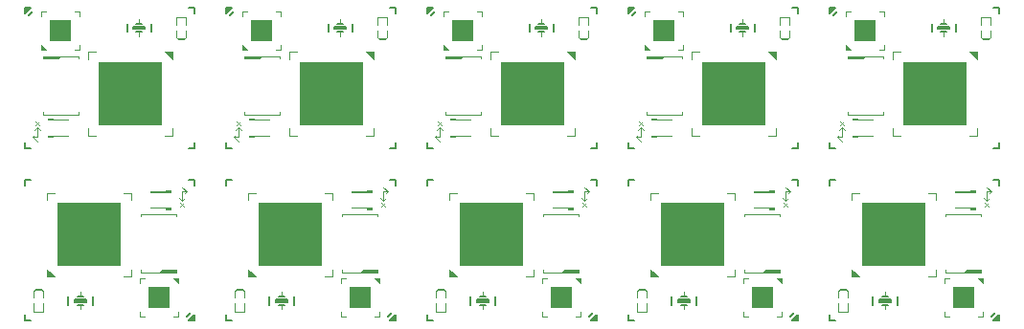
<source format=gto>
%FSLAX25Y25*%
%MOIN*%
G70*
G01*
G75*
G04 Layer_Color=65535*
%ADD10C,0.00400*%
%ADD11C,0.03000*%
%ADD12R,0.03600X0.04400*%
%ADD13R,0.02000X0.02400*%
%ADD14R,0.02400X0.02000*%
%ADD15C,0.00787*%
%ADD16R,0.01969X0.00787*%
%ADD17R,0.00787X0.01969*%
%ADD18R,0.04331X0.02362*%
%ADD19R,0.03937X0.03937*%
%ADD20R,0.02756X0.01181*%
%ADD21R,0.01181X0.02756*%
%ADD22C,0.00600*%
%ADD23C,0.00800*%
%ADD24C,0.13780*%
%ADD25P,0.04330X8X202.5*%
%ADD26P,0.04330X8X292.5*%
%ADD27C,0.02000*%
%ADD28R,0.07400X0.07400*%
%ADD29R,0.22000X0.22000*%
%ADD30R,0.00450X0.02200*%
%ADD31R,0.02200X0.00450*%
%ADD32R,0.04000X0.00800*%
%ADD33R,0.00450X0.01400*%
%ADD34R,0.00450X0.01400*%
%ADD35R,0.01400X0.00450*%
%ADD36R,0.01400X0.00450*%
G36*
X76767Y121700D02*
X74300Y124167D01*
X76767D01*
Y121700D01*
D02*
G37*
G36*
X35427Y100600D02*
X40742D01*
Y100200D01*
X33458D01*
Y101000D01*
X35427D01*
Y100600D01*
D02*
G37*
G36*
X40742Y94600D02*
X35427D01*
Y94200D01*
X33458D01*
Y95000D01*
X40742D01*
Y94600D01*
D02*
G37*
G36*
X25600Y137500D02*
Y139400D01*
X25600Y139400D01*
X27500D01*
X25600Y137500D01*
D02*
G37*
G36*
X32900Y124900D02*
X31300D01*
Y126500D01*
X32900Y124900D01*
D02*
G37*
G36*
X37000Y121800D02*
X31700D01*
Y122700D01*
X37900D01*
X37000Y121800D01*
D02*
G37*
G36*
X146767Y121700D02*
X144300Y124167D01*
X146767D01*
Y121700D01*
D02*
G37*
G36*
X105427Y100600D02*
X110742D01*
Y100200D01*
X103458D01*
Y101000D01*
X105427D01*
Y100600D01*
D02*
G37*
G36*
X110742Y94600D02*
X105427D01*
Y94200D01*
X103458D01*
Y95000D01*
X110742D01*
Y94600D01*
D02*
G37*
G36*
X95600Y137500D02*
Y139400D01*
X95600Y139400D01*
X97500D01*
X95600Y137500D01*
D02*
G37*
G36*
X102900Y124900D02*
X101300D01*
Y126500D01*
X102900Y124900D01*
D02*
G37*
G36*
X107000Y121800D02*
X101700D01*
Y122700D01*
X107900D01*
X107000Y121800D01*
D02*
G37*
G36*
X216767Y121700D02*
X214300Y124167D01*
X216767D01*
Y121700D01*
D02*
G37*
G36*
X175427Y100600D02*
X180742D01*
Y100200D01*
X173458D01*
Y101000D01*
X175427D01*
Y100600D01*
D02*
G37*
G36*
X180742Y94600D02*
X175427D01*
Y94200D01*
X173458D01*
Y95000D01*
X180742D01*
Y94600D01*
D02*
G37*
G36*
X165600Y137500D02*
Y139400D01*
X165600Y139400D01*
X167500D01*
X165600Y137500D01*
D02*
G37*
G36*
X172900Y124900D02*
X171300D01*
Y126500D01*
X172900Y124900D01*
D02*
G37*
G36*
X177000Y121800D02*
X171700D01*
Y122700D01*
X177900D01*
X177000Y121800D01*
D02*
G37*
G36*
X286767Y121700D02*
X284300Y124167D01*
X286767D01*
Y121700D01*
D02*
G37*
G36*
X245427Y100600D02*
X250742D01*
Y100200D01*
X243458D01*
Y101000D01*
X245427D01*
Y100600D01*
D02*
G37*
G36*
X250742Y94600D02*
X245427D01*
Y94200D01*
X243458D01*
Y95000D01*
X250742D01*
Y94600D01*
D02*
G37*
G36*
X235600Y137500D02*
Y139400D01*
X235600Y139400D01*
X237500D01*
X235600Y137500D01*
D02*
G37*
G36*
X242900Y124900D02*
X241300D01*
Y126500D01*
X242900Y124900D01*
D02*
G37*
G36*
X247000Y121800D02*
X241700D01*
Y122700D01*
X247900D01*
X247000Y121800D01*
D02*
G37*
G36*
X356767Y121700D02*
X354300Y124167D01*
X356767D01*
Y121700D01*
D02*
G37*
G36*
X315427Y100600D02*
X320742D01*
Y100200D01*
X313458D01*
Y101000D01*
X315427D01*
Y100600D01*
D02*
G37*
G36*
X320742Y94600D02*
X315427D01*
Y94200D01*
X313458D01*
Y95000D01*
X320742D01*
Y94600D01*
D02*
G37*
G36*
X305600Y137500D02*
Y139400D01*
X305600Y139400D01*
X307500D01*
X305600Y137500D01*
D02*
G37*
G36*
X312900Y124900D02*
X311300D01*
Y126500D01*
X312900Y124900D01*
D02*
G37*
G36*
X317000Y121800D02*
X311700D01*
Y122700D01*
X317900D01*
X317000Y121800D01*
D02*
G37*
G36*
X313233Y48300D02*
X315700Y45833D01*
X313233D01*
Y48300D01*
D02*
G37*
G36*
X354573Y69400D02*
X349258D01*
Y69800D01*
X356542D01*
Y69000D01*
X354573D01*
Y69400D01*
D02*
G37*
G36*
X349258Y75400D02*
X354573D01*
Y75800D01*
X356542D01*
Y75000D01*
X349258D01*
Y75400D01*
D02*
G37*
G36*
X364400Y32500D02*
Y30600D01*
X364400Y30600D01*
X362500D01*
X364400Y32500D01*
D02*
G37*
G36*
X357100Y45100D02*
X358700D01*
Y43500D01*
X357100Y45100D01*
D02*
G37*
G36*
X353000Y48200D02*
X358300D01*
Y47300D01*
X352100D01*
X353000Y48200D01*
D02*
G37*
G36*
X243233Y48300D02*
X245700Y45833D01*
X243233D01*
Y48300D01*
D02*
G37*
G36*
X284573Y69400D02*
X279258D01*
Y69800D01*
X286542D01*
Y69000D01*
X284573D01*
Y69400D01*
D02*
G37*
G36*
X279258Y75400D02*
X284573D01*
Y75800D01*
X286542D01*
Y75000D01*
X279258D01*
Y75400D01*
D02*
G37*
G36*
X294400Y32500D02*
Y30600D01*
X294400Y30600D01*
X292500D01*
X294400Y32500D01*
D02*
G37*
G36*
X287100Y45100D02*
X288700D01*
Y43500D01*
X287100Y45100D01*
D02*
G37*
G36*
X283000Y48200D02*
X288300D01*
Y47300D01*
X282100D01*
X283000Y48200D01*
D02*
G37*
G36*
X173233Y48300D02*
X175700Y45833D01*
X173233D01*
Y48300D01*
D02*
G37*
G36*
X214573Y69400D02*
X209258D01*
Y69800D01*
X216542D01*
Y69000D01*
X214573D01*
Y69400D01*
D02*
G37*
G36*
X209258Y75400D02*
X214573D01*
Y75800D01*
X216542D01*
Y75000D01*
X209258D01*
Y75400D01*
D02*
G37*
G36*
X224400Y32500D02*
Y30600D01*
X224400Y30600D01*
X222500D01*
X224400Y32500D01*
D02*
G37*
G36*
X217100Y45100D02*
X218700D01*
Y43500D01*
X217100Y45100D01*
D02*
G37*
G36*
X213000Y48200D02*
X218300D01*
Y47300D01*
X212100D01*
X213000Y48200D01*
D02*
G37*
G36*
X103233Y48300D02*
X105700Y45833D01*
X103233D01*
Y48300D01*
D02*
G37*
G36*
X144573Y69400D02*
X139258D01*
Y69800D01*
X146542D01*
Y69000D01*
X144573D01*
Y69400D01*
D02*
G37*
G36*
X139258Y75400D02*
X144573D01*
Y75800D01*
X146542D01*
Y75000D01*
X139258D01*
Y75400D01*
D02*
G37*
G36*
X154400Y32500D02*
Y30600D01*
X154400Y30600D01*
X152500D01*
X154400Y32500D01*
D02*
G37*
G36*
X147100Y45100D02*
X148700D01*
Y43500D01*
X147100Y45100D01*
D02*
G37*
G36*
X143000Y48200D02*
X148300D01*
Y47300D01*
X142100D01*
X143000Y48200D01*
D02*
G37*
G36*
X33233Y48300D02*
X35700Y45833D01*
X33233D01*
Y48300D01*
D02*
G37*
G36*
X74573Y69400D02*
X69258D01*
Y69800D01*
X76542D01*
Y69000D01*
X74573D01*
Y69400D01*
D02*
G37*
G36*
X69258Y75400D02*
X74573D01*
Y75800D01*
X76542D01*
Y75000D01*
X69258D01*
Y75400D01*
D02*
G37*
G36*
X84400Y32500D02*
Y30600D01*
X84400Y30600D01*
X82500D01*
X84400Y32500D01*
D02*
G37*
G36*
X77100Y45100D02*
X78700D01*
Y43500D01*
X77100Y45100D01*
D02*
G37*
G36*
X73000Y48200D02*
X78300D01*
Y47300D01*
X72100D01*
X73000Y48200D01*
D02*
G37*
D10*
X28210Y94595D02*
X28860Y95244D01*
X29810Y97895D02*
X30910Y96794D01*
X28710D02*
X29810Y97895D01*
X28210Y94595D02*
X29810Y92994D01*
X28210Y94595D02*
X29810D01*
Y97895D01*
X78500Y128900D02*
X81100D01*
X81500Y133600D02*
Y136300D01*
X78800Y128600D02*
X80800D01*
X81500Y129300D02*
Y131600D01*
X78100Y136300D02*
X81500D01*
X78100Y133600D02*
Y136300D01*
Y129300D02*
Y131600D01*
X81100Y128900D02*
X81500Y129300D01*
X78100D02*
X78500Y128900D01*
X78800Y128600D01*
X80800D02*
X81100Y128900D01*
X42900Y138100D02*
X44500D01*
Y136500D02*
Y138100D01*
Y124900D02*
Y126500D01*
X42900Y124900D02*
X44500D01*
X31300D02*
X32900D01*
X31300D02*
Y126500D01*
Y138100D02*
X32900D01*
X31300Y136500D02*
Y138100D01*
Y126500D02*
X32900Y124900D01*
X31700Y122700D02*
X44100D01*
Y121800D02*
Y122700D01*
X31700Y121800D02*
Y122700D01*
X44100Y102300D02*
Y103200D01*
X31700Y102300D02*
Y103200D01*
Y102300D02*
X44100D01*
X31700Y121800D02*
X37000D01*
X37900Y122700D01*
X65199Y134300D02*
X65200Y135600D01*
Y129600D02*
Y130900D01*
X74300Y124167D02*
X76767Y121700D01*
Y124167D01*
X74300D02*
X76767D01*
X74300Y95033D02*
X76767D01*
Y97500D01*
X47633Y95033D02*
Y97500D01*
Y95033D02*
X50100D01*
X47633Y121700D02*
Y124167D01*
X50100D01*
X29110Y99827D02*
X30443Y98494D01*
X29777Y99161D01*
X30443Y99827D01*
X29110Y98494D01*
X98210Y94595D02*
X98860Y95244D01*
X99810Y97895D02*
X100910Y96794D01*
X98710D02*
X99810Y97895D01*
X98210Y94595D02*
X99810Y92994D01*
X98210Y94595D02*
X99810D01*
Y97895D01*
X148500Y128900D02*
X151100D01*
X151500Y133600D02*
Y136300D01*
X148800Y128600D02*
X150800D01*
X151500Y129300D02*
Y131600D01*
X148100Y136300D02*
X151500D01*
X148100Y133600D02*
Y136300D01*
Y129300D02*
Y131600D01*
X151100Y128900D02*
X151500Y129300D01*
X148100D02*
X148500Y128900D01*
X148800Y128600D01*
X150800D02*
X151100Y128900D01*
X112900Y138100D02*
X114500D01*
Y136500D02*
Y138100D01*
Y124900D02*
Y126500D01*
X112900Y124900D02*
X114500D01*
X101300D02*
X102900D01*
X101300D02*
Y126500D01*
Y138100D02*
X102900D01*
X101300Y136500D02*
Y138100D01*
Y126500D02*
X102900Y124900D01*
X101700Y122700D02*
X114100D01*
Y121800D02*
Y122700D01*
X101700Y121800D02*
Y122700D01*
X114100Y102300D02*
Y103200D01*
X101700Y102300D02*
Y103200D01*
Y102300D02*
X114100D01*
X101700Y121800D02*
X107000D01*
X107900Y122700D01*
X135199Y134300D02*
X135200Y135600D01*
Y129600D02*
Y130900D01*
X144300Y124167D02*
X146767Y121700D01*
Y124167D01*
X144300D02*
X146767D01*
X144300Y95033D02*
X146767D01*
Y97500D01*
X117633Y95033D02*
Y97500D01*
Y95033D02*
X120100D01*
X117633Y121700D02*
Y124167D01*
X120100D01*
X99110Y99827D02*
X100443Y98494D01*
X99777Y99161D01*
X100443Y99827D01*
X99110Y98494D01*
X168210Y94595D02*
X168860Y95244D01*
X169810Y97895D02*
X170910Y96794D01*
X168710D02*
X169810Y97895D01*
X168210Y94595D02*
X169810Y92994D01*
X168210Y94595D02*
X169810D01*
Y97895D01*
X218500Y128900D02*
X221100D01*
X221500Y133600D02*
Y136300D01*
X218800Y128600D02*
X220800D01*
X221500Y129300D02*
Y131600D01*
X218100Y136300D02*
X221500D01*
X218100Y133600D02*
Y136300D01*
Y129300D02*
Y131600D01*
X221100Y128900D02*
X221500Y129300D01*
X218100D02*
X218500Y128900D01*
X218800Y128600D01*
X220800D02*
X221100Y128900D01*
X182900Y138100D02*
X184500D01*
Y136500D02*
Y138100D01*
Y124900D02*
Y126500D01*
X182900Y124900D02*
X184500D01*
X171300D02*
X172900D01*
X171300D02*
Y126500D01*
Y138100D02*
X172900D01*
X171300Y136500D02*
Y138100D01*
Y126500D02*
X172900Y124900D01*
X171700Y122700D02*
X184100D01*
Y121800D02*
Y122700D01*
X171700Y121800D02*
Y122700D01*
X184100Y102300D02*
Y103200D01*
X171700Y102300D02*
Y103200D01*
Y102300D02*
X184100D01*
X171700Y121800D02*
X177000D01*
X177900Y122700D01*
X205199Y134300D02*
X205200Y135600D01*
Y129600D02*
Y130900D01*
X214300Y124167D02*
X216767Y121700D01*
Y124167D01*
X214300D02*
X216767D01*
X214300Y95033D02*
X216767D01*
Y97500D01*
X187633Y95033D02*
Y97500D01*
Y95033D02*
X190100D01*
X187633Y121700D02*
Y124167D01*
X190100D01*
X169110Y99827D02*
X170443Y98494D01*
X169777Y99161D01*
X170443Y99827D01*
X169110Y98494D01*
X238210Y94595D02*
X238860Y95244D01*
X239810Y97895D02*
X240910Y96794D01*
X238710D02*
X239810Y97895D01*
X238210Y94595D02*
X239810Y92994D01*
X238210Y94595D02*
X239810D01*
Y97895D01*
X288500Y128900D02*
X291100D01*
X291500Y133600D02*
Y136300D01*
X288800Y128600D02*
X290800D01*
X291500Y129300D02*
Y131600D01*
X288100Y136300D02*
X291500D01*
X288100Y133600D02*
Y136300D01*
Y129300D02*
Y131600D01*
X291100Y128900D02*
X291500Y129300D01*
X288100D02*
X288500Y128900D01*
X288800Y128600D01*
X290800D02*
X291100Y128900D01*
X252900Y138100D02*
X254500D01*
Y136500D02*
Y138100D01*
Y124900D02*
Y126500D01*
X252900Y124900D02*
X254500D01*
X241300D02*
X242900D01*
X241300D02*
Y126500D01*
Y138100D02*
X242900D01*
X241300Y136500D02*
Y138100D01*
Y126500D02*
X242900Y124900D01*
X241700Y122700D02*
X254100D01*
Y121800D02*
Y122700D01*
X241700Y121800D02*
Y122700D01*
X254100Y102300D02*
Y103200D01*
X241700Y102300D02*
Y103200D01*
Y102300D02*
X254100D01*
X241700Y121800D02*
X247000D01*
X247900Y122700D01*
X275199Y134300D02*
X275200Y135600D01*
Y129600D02*
Y130900D01*
X284300Y124167D02*
X286767Y121700D01*
Y124167D01*
X284300D02*
X286767D01*
X284300Y95033D02*
X286767D01*
Y97500D01*
X257633Y95033D02*
Y97500D01*
Y95033D02*
X260100D01*
X257633Y121700D02*
Y124167D01*
X260100D01*
X239110Y99827D02*
X240443Y98494D01*
X239777Y99161D01*
X240443Y99827D01*
X239110Y98494D01*
X308210Y94595D02*
X308860Y95244D01*
X309810Y97895D02*
X310910Y96794D01*
X308710D02*
X309810Y97895D01*
X308210Y94595D02*
X309810Y92994D01*
X308210Y94595D02*
X309810D01*
Y97895D01*
X358500Y128900D02*
X361100D01*
X361500Y133600D02*
Y136300D01*
X358800Y128600D02*
X360800D01*
X361500Y129300D02*
Y131600D01*
X358100Y136300D02*
X361500D01*
X358100Y133600D02*
Y136300D01*
Y129300D02*
Y131600D01*
X361100Y128900D02*
X361500Y129300D01*
X358100D02*
X358500Y128900D01*
X358800Y128600D01*
X360800D02*
X361100Y128900D01*
X322900Y138100D02*
X324500D01*
Y136500D02*
Y138100D01*
Y124900D02*
Y126500D01*
X322900Y124900D02*
X324500D01*
X311300D02*
X312900D01*
X311300D02*
Y126500D01*
Y138100D02*
X312900D01*
X311300Y136500D02*
Y138100D01*
Y126500D02*
X312900Y124900D01*
X311700Y122700D02*
X324100D01*
Y121800D02*
Y122700D01*
X311700Y121800D02*
Y122700D01*
X324100Y102300D02*
Y103200D01*
X311700Y102300D02*
Y103200D01*
Y102300D02*
X324100D01*
X311700Y121800D02*
X317000D01*
X317900Y122700D01*
X345199Y134300D02*
X345200Y135600D01*
Y129600D02*
Y130900D01*
X354300Y124167D02*
X356767Y121700D01*
Y124167D01*
X354300D02*
X356767D01*
X354300Y95033D02*
X356767D01*
Y97500D01*
X327633Y95033D02*
Y97500D01*
Y95033D02*
X330100D01*
X327633Y121700D02*
Y124167D01*
X330100D01*
X309110Y99827D02*
X310443Y98494D01*
X309777Y99161D01*
X310443Y99827D01*
X309110Y98494D01*
X361790Y75406D02*
X361140Y74756D01*
X360190Y72106D02*
X359090Y73206D01*
X361290D02*
X360190Y72106D01*
X361790Y75406D02*
X360190Y77006D01*
X361790Y75406D02*
X360190D01*
Y72106D01*
X311500Y41100D02*
X308900D01*
X308500Y36400D02*
Y33700D01*
X311200Y41400D02*
X309200D01*
X308500Y40700D02*
Y38400D01*
X311900Y33700D02*
X308500D01*
X311900Y36400D02*
Y33700D01*
Y40700D02*
Y38400D01*
X308900Y41100D02*
X308500Y40700D01*
X311900D02*
X311500Y41100D01*
X311200Y41400D01*
X309200D02*
X308900Y41100D01*
X347100Y31900D02*
X345500D01*
Y33500D02*
Y31900D01*
Y45100D02*
Y43500D01*
X347100Y45100D02*
X345500D01*
X358700D02*
X357100D01*
X358700D02*
Y43500D01*
Y31900D02*
X357100D01*
X358700Y33500D02*
Y31900D01*
Y43500D02*
X357100Y45100D01*
X358300Y47300D02*
X345900D01*
Y48200D02*
Y47300D01*
X358300Y48200D02*
Y47300D01*
X345900Y67700D02*
Y66800D01*
X358300Y67700D02*
Y66800D01*
Y67700D02*
X345900D01*
X358300Y48200D02*
X353000D01*
X352100Y47300D01*
X324801Y35700D02*
X324800Y34400D01*
Y40400D02*
Y39100D01*
X315700Y45833D02*
X313233Y48300D01*
Y45833D01*
X315700D02*
X313233D01*
X315700Y74967D02*
X313233D01*
Y72500D01*
X342367Y74967D02*
Y72500D01*
Y74967D02*
X339900D01*
X342367Y48300D02*
Y45833D01*
X339900D01*
X360890Y70173D02*
X359557Y71506D01*
X360223Y70839D01*
X359557Y70173D01*
X360890Y71506D01*
X291790Y75406D02*
X291140Y74756D01*
X290190Y72106D02*
X289090Y73206D01*
X291290D02*
X290190Y72106D01*
X291790Y75406D02*
X290190Y77006D01*
X291790Y75406D02*
X290190D01*
Y72106D01*
X241500Y41100D02*
X238900D01*
X238500Y36400D02*
Y33700D01*
X241200Y41400D02*
X239200D01*
X238500Y40700D02*
Y38400D01*
X241900Y33700D02*
X238500D01*
X241900Y36400D02*
Y33700D01*
Y40700D02*
Y38400D01*
X238900Y41100D02*
X238500Y40700D01*
X241900D02*
X241500Y41100D01*
X241200Y41400D01*
X239200D02*
X238900Y41100D01*
X277100Y31900D02*
X275500D01*
Y33500D02*
Y31900D01*
Y45100D02*
Y43500D01*
X277100Y45100D02*
X275500D01*
X288700D02*
X287100D01*
X288700D02*
Y43500D01*
Y31900D02*
X287100D01*
X288700Y33500D02*
Y31900D01*
Y43500D02*
X287100Y45100D01*
X288300Y47300D02*
X275900D01*
Y48200D02*
Y47300D01*
X288300Y48200D02*
Y47300D01*
X275900Y67700D02*
Y66800D01*
X288300Y67700D02*
Y66800D01*
Y67700D02*
X275900D01*
X288300Y48200D02*
X283000D01*
X282100Y47300D01*
X254801Y35700D02*
X254800Y34400D01*
Y40400D02*
Y39100D01*
X245700Y45833D02*
X243233Y48300D01*
Y45833D01*
X245700D02*
X243233D01*
X245700Y74967D02*
X243233D01*
Y72500D01*
X272367Y74967D02*
Y72500D01*
Y74967D02*
X269900D01*
X272367Y48300D02*
Y45833D01*
X269900D01*
X290890Y70173D02*
X289557Y71506D01*
X290223Y70839D01*
X289557Y70173D01*
X290890Y71506D01*
X221790Y75406D02*
X221140Y74756D01*
X220190Y72106D02*
X219090Y73206D01*
X221290D02*
X220190Y72106D01*
X221790Y75406D02*
X220190Y77006D01*
X221790Y75406D02*
X220190D01*
Y72106D01*
X171500Y41100D02*
X168900D01*
X168500Y36400D02*
Y33700D01*
X171200Y41400D02*
X169200D01*
X168500Y40700D02*
Y38400D01*
X171900Y33700D02*
X168500D01*
X171900Y36400D02*
Y33700D01*
Y40700D02*
Y38400D01*
X168900Y41100D02*
X168500Y40700D01*
X171900D02*
X171500Y41100D01*
X171200Y41400D01*
X169200D02*
X168900Y41100D01*
X207100Y31900D02*
X205500D01*
Y33500D02*
Y31900D01*
Y45100D02*
Y43500D01*
X207100Y45100D02*
X205500D01*
X218700D02*
X217100D01*
X218700D02*
Y43500D01*
Y31900D02*
X217100D01*
X218700Y33500D02*
Y31900D01*
Y43500D02*
X217100Y45100D01*
X218300Y47300D02*
X205900D01*
Y48200D02*
Y47300D01*
X218300Y48200D02*
Y47300D01*
X205900Y67700D02*
Y66800D01*
X218300Y67700D02*
Y66800D01*
Y67700D02*
X205900D01*
X218300Y48200D02*
X213000D01*
X212100Y47300D01*
X184801Y35700D02*
X184800Y34400D01*
Y40400D02*
Y39100D01*
X175700Y45833D02*
X173233Y48300D01*
Y45833D01*
X175700D02*
X173233D01*
X175700Y74967D02*
X173233D01*
Y72500D01*
X202367Y74967D02*
Y72500D01*
Y74967D02*
X199900D01*
X202367Y48300D02*
Y45833D01*
X199900D01*
X220890Y70173D02*
X219557Y71506D01*
X220223Y70839D01*
X219557Y70173D01*
X220890Y71506D01*
X151790Y75406D02*
X151140Y74756D01*
X150190Y72106D02*
X149090Y73206D01*
X151290D02*
X150190Y72106D01*
X151790Y75406D02*
X150190Y77006D01*
X151790Y75406D02*
X150190D01*
Y72106D01*
X101500Y41100D02*
X98900D01*
X98500Y36400D02*
Y33700D01*
X101200Y41400D02*
X99200D01*
X98500Y40700D02*
Y38400D01*
X101900Y33700D02*
X98500D01*
X101900Y36400D02*
Y33700D01*
Y40700D02*
Y38400D01*
X98900Y41100D02*
X98500Y40700D01*
X101900D02*
X101500Y41100D01*
X101200Y41400D01*
X99200D02*
X98900Y41100D01*
X137100Y31900D02*
X135500D01*
Y33500D02*
Y31900D01*
Y45100D02*
Y43500D01*
X137100Y45100D02*
X135500D01*
X148700D02*
X147100D01*
X148700D02*
Y43500D01*
Y31900D02*
X147100D01*
X148700Y33500D02*
Y31900D01*
Y43500D02*
X147100Y45100D01*
X148300Y47300D02*
X135900D01*
Y48200D02*
Y47300D01*
X148300Y48200D02*
Y47300D01*
X135900Y67700D02*
Y66800D01*
X148300Y67700D02*
Y66800D01*
Y67700D02*
X135900D01*
X148300Y48200D02*
X143000D01*
X142100Y47300D01*
X114801Y35700D02*
X114800Y34400D01*
Y40400D02*
Y39100D01*
X105700Y45833D02*
X103233Y48300D01*
Y45833D01*
X105700D02*
X103233D01*
X105700Y74967D02*
X103233D01*
Y72500D01*
X132367Y74967D02*
Y72500D01*
Y74967D02*
X129900D01*
X132367Y48300D02*
Y45833D01*
X129900D01*
X150890Y70173D02*
X149557Y71506D01*
X150223Y70839D01*
X149557Y70173D01*
X150890Y71506D01*
X81790Y75406D02*
X81140Y74756D01*
X80190Y72106D02*
X79090Y73206D01*
X81290D02*
X80190Y72106D01*
X81790Y75406D02*
X80190Y77006D01*
X81790Y75406D02*
X80190D01*
Y72106D01*
X31500Y41100D02*
X28900D01*
X28500Y36400D02*
Y33700D01*
X31200Y41400D02*
X29200D01*
X28500Y40700D02*
Y38400D01*
X31900Y33700D02*
X28500D01*
X31900Y36400D02*
Y33700D01*
Y40700D02*
Y38400D01*
X28900Y41100D02*
X28500Y40700D01*
X31900D02*
X31500Y41100D01*
X31200Y41400D01*
X29200D02*
X28900Y41100D01*
X67100Y31900D02*
X65500D01*
Y33500D02*
Y31900D01*
Y45100D02*
Y43500D01*
X67100Y45100D02*
X65500D01*
X78700D02*
X77100D01*
X78700D02*
Y43500D01*
Y31900D02*
X77100D01*
X78700Y33500D02*
Y31900D01*
Y43500D02*
X77100Y45100D01*
X78300Y47300D02*
X65900D01*
Y48200D02*
Y47300D01*
X78300Y48200D02*
Y47300D01*
X65900Y67700D02*
Y66800D01*
X78300Y67700D02*
Y66800D01*
Y67700D02*
X65900D01*
X78300Y48200D02*
X73000D01*
X72100Y47300D01*
X44801Y35700D02*
X44800Y34400D01*
Y40400D02*
Y39100D01*
X35700Y45833D02*
X33233Y48300D01*
Y45833D01*
X35700D02*
X33233D01*
X35700Y74967D02*
X33233D01*
Y72500D01*
X62367Y74967D02*
Y72500D01*
Y74967D02*
X59900D01*
X62367Y48300D02*
Y45833D01*
X59900D01*
X80890Y70173D02*
X79557Y71506D01*
X80223Y70839D01*
X79557Y70173D01*
X80890Y71506D01*
D22*
X26900Y136900D02*
X28100Y138100D01*
X82401Y90601D02*
X84400Y90601D01*
Y92600D01*
X25600Y92600D02*
X25600Y90600D01*
X27600D01*
X25600Y137500D02*
Y139400D01*
Y137500D02*
X27500Y139400D01*
X25600Y139400D02*
X27500Y139400D01*
X82400Y139400D02*
X84400D01*
X84400Y137400D01*
X61000Y131200D02*
Y134000D01*
X64199Y134000D02*
X66199Y134000D01*
X67200Y132200D02*
Y133000D01*
X63200Y132200D02*
Y133000D01*
Y132200D02*
X67200D01*
X63200Y133000D02*
X67200D01*
X64200Y131200D02*
X66200Y131200D01*
X69400Y131200D02*
Y134000D01*
X96900Y136900D02*
X98100Y138100D01*
X152401Y90601D02*
X154401Y90601D01*
Y92600D01*
X95600Y92600D02*
X95600Y90600D01*
X97600D01*
X95600Y137500D02*
Y139400D01*
Y137500D02*
X97500Y139400D01*
X95600Y139400D02*
X97500Y139400D01*
X152400Y139400D02*
X154400D01*
X154400Y137400D01*
X131000Y131200D02*
Y134000D01*
X134199Y134000D02*
X136199Y134000D01*
X137200Y132200D02*
Y133000D01*
X133200Y132200D02*
Y133000D01*
Y132200D02*
X137200D01*
X133200Y133000D02*
X137200D01*
X134200Y131200D02*
X136200Y131200D01*
X139400Y131200D02*
Y134000D01*
X166900Y136900D02*
X168100Y138100D01*
X222400Y90601D02*
X224400Y90601D01*
Y92600D01*
X165601Y92600D02*
X165601Y90600D01*
X167600D01*
X165600Y137500D02*
Y139400D01*
Y137500D02*
X167500Y139400D01*
X165600Y139400D02*
X167500Y139400D01*
X222400Y139400D02*
X224400D01*
X224400Y137400D01*
X201000Y131200D02*
Y134000D01*
X204199Y134000D02*
X206199Y134000D01*
X207200Y132200D02*
Y133000D01*
X203200Y132200D02*
Y133000D01*
Y132200D02*
X207200D01*
X203200Y133000D02*
X207200D01*
X204200Y131200D02*
X206200Y131200D01*
X209400Y131200D02*
Y134000D01*
X236900Y136900D02*
X238100Y138100D01*
X292401Y90601D02*
X294401Y90601D01*
Y92600D01*
X235600Y92600D02*
X235600Y90600D01*
X237600D01*
X235600Y137500D02*
Y139400D01*
Y137500D02*
X237500Y139400D01*
X235600Y139400D02*
X237500Y139400D01*
X292400Y139400D02*
X294400D01*
X294400Y137400D01*
X271000Y131200D02*
Y134000D01*
X274199Y134000D02*
X276199Y134000D01*
X277200Y132200D02*
Y133000D01*
X273200Y132200D02*
Y133000D01*
Y132200D02*
X277200D01*
X273200Y133000D02*
X277200D01*
X274200Y131200D02*
X276200Y131200D01*
X279400Y131200D02*
Y134000D01*
X306900Y136900D02*
X308100Y138100D01*
X362401Y90601D02*
X364401Y90601D01*
Y92600D01*
X305601Y92600D02*
X305601Y90600D01*
X307600D01*
X305600Y137500D02*
Y139400D01*
Y137500D02*
X307500Y139400D01*
X305600Y139400D02*
X307500Y139400D01*
X362400Y139400D02*
X364400D01*
X364400Y137400D01*
X341000Y131200D02*
Y134000D01*
X344199Y134000D02*
X346199Y134000D01*
X347200Y132200D02*
Y133000D01*
X343200Y132200D02*
Y133000D01*
Y132200D02*
X347200D01*
X343200Y133000D02*
X347200D01*
X344200Y131200D02*
X346200Y131200D01*
X349400Y131200D02*
Y134000D01*
X363100Y33100D02*
X361900Y31900D01*
X307600Y79400D02*
X305600Y79400D01*
Y77400D01*
X364400Y77400D02*
X364400Y79400D01*
X362400D01*
X364400Y32500D02*
Y30600D01*
Y32500D02*
X362500Y30600D01*
X364400Y30600D02*
X362500Y30600D01*
X307600Y30600D02*
X305600D01*
X305600Y32600D01*
X329000Y38800D02*
Y36000D01*
X325801Y36000D02*
X323801Y36000D01*
X322800Y37800D02*
Y37000D01*
X326800Y37800D02*
Y37000D01*
Y37800D02*
X322800D01*
X326800Y37000D02*
X322800D01*
X325800Y38800D02*
X323800Y38800D01*
X320600Y38800D02*
Y36000D01*
X293100Y33100D02*
X291900Y31900D01*
X237600Y79400D02*
X235600Y79400D01*
Y77400D01*
X294400Y77400D02*
X294400Y79400D01*
X292400D01*
X294400Y32500D02*
Y30600D01*
Y32500D02*
X292500Y30600D01*
X294400Y30600D02*
X292500Y30600D01*
X237600Y30600D02*
X235600D01*
X235600Y32600D01*
X259000Y38800D02*
Y36000D01*
X255801Y36000D02*
X253801Y36000D01*
X252800Y37800D02*
Y37000D01*
X256800Y37800D02*
Y37000D01*
Y37800D02*
X252800D01*
X256800Y37000D02*
X252800D01*
X255800Y38800D02*
X253800Y38800D01*
X250600Y38800D02*
Y36000D01*
X223100Y33100D02*
X221900Y31900D01*
X167600Y79400D02*
X165600Y79400D01*
Y77400D01*
X224400Y77400D02*
X224400Y79400D01*
X222400D01*
X224400Y32500D02*
Y30600D01*
Y32500D02*
X222500Y30600D01*
X224400Y30600D02*
X222500Y30600D01*
X167600Y30600D02*
X165600D01*
X165600Y32600D01*
X189000Y38800D02*
Y36000D01*
X185801Y36000D02*
X183801Y36000D01*
X182800Y37800D02*
Y37000D01*
X186800Y37800D02*
Y37000D01*
Y37800D02*
X182800D01*
X186800Y37000D02*
X182800D01*
X185800Y38800D02*
X183800Y38800D01*
X180600Y38800D02*
Y36000D01*
X153100Y33100D02*
X151900Y31900D01*
X97600Y79400D02*
X95600Y79400D01*
Y77400D01*
X154400Y77400D02*
X154400Y79400D01*
X152400D01*
X154400Y32500D02*
Y30600D01*
Y32500D02*
X152500Y30600D01*
X154400Y30600D02*
X152500Y30600D01*
X97600Y30600D02*
X95600D01*
X95600Y32600D01*
X119000Y38800D02*
Y36000D01*
X115801Y36000D02*
X113801Y36000D01*
X112800Y37800D02*
Y37000D01*
X116800Y37800D02*
Y37000D01*
Y37800D02*
X112800D01*
X116800Y37000D02*
X112800D01*
X115800Y38800D02*
X113800Y38800D01*
X110600Y38800D02*
Y36000D01*
X83100Y33100D02*
X81900Y31900D01*
X27600Y79400D02*
X25600Y79400D01*
Y77400D01*
X84400Y77400D02*
X84400Y79400D01*
X82400D01*
X84400Y32500D02*
Y30600D01*
Y32500D02*
X82500Y30600D01*
X84400Y30600D02*
X82500Y30600D01*
X27600Y30600D02*
X25600D01*
X25600Y32600D01*
X49000Y38800D02*
Y36000D01*
X45801Y36000D02*
X43801Y36000D01*
X42800Y37800D02*
Y37000D01*
X46800Y37800D02*
Y37000D01*
Y37800D02*
X42800D01*
X46800Y37000D02*
X42800D01*
X45800Y38800D02*
X43800Y38800D01*
X40600Y38800D02*
Y36000D01*
D28*
X37900Y131500D02*
D03*
X107900D02*
D03*
X177900D02*
D03*
X247900D02*
D03*
X317900D02*
D03*
X352100Y38500D02*
D03*
X282100D02*
D03*
X212100D02*
D03*
X142100D02*
D03*
X72100D02*
D03*
D29*
X62200Y109600D02*
D03*
X132200D02*
D03*
X202200D02*
D03*
X272200D02*
D03*
X342200D02*
D03*
X327800Y60400D02*
D03*
X257800D02*
D03*
X187800D02*
D03*
X117800D02*
D03*
X47800D02*
D03*
D30*
X56875Y137300D02*
D03*
X55925D02*
D03*
Y127900D02*
D03*
X56875D02*
D03*
X73525Y137300D02*
D03*
X74475D02*
D03*
X73525Y132600D02*
D03*
X74475D02*
D03*
X48925Y127900D02*
D03*
X49875D02*
D03*
X48925Y132600D02*
D03*
X49875D02*
D03*
X48925Y137300D02*
D03*
X49875D02*
D03*
X126875D02*
D03*
X125925D02*
D03*
Y127900D02*
D03*
X126875D02*
D03*
X143525Y137300D02*
D03*
X144475D02*
D03*
X143525Y132600D02*
D03*
X144475D02*
D03*
X118925Y127900D02*
D03*
X119875D02*
D03*
X118925Y132600D02*
D03*
X119875D02*
D03*
X118925Y137300D02*
D03*
X119875D02*
D03*
X196875D02*
D03*
X195925D02*
D03*
Y127900D02*
D03*
X196875D02*
D03*
X213525Y137300D02*
D03*
X214475D02*
D03*
X213525Y132600D02*
D03*
X214475D02*
D03*
X188925Y127900D02*
D03*
X189875D02*
D03*
X188925Y132600D02*
D03*
X189875D02*
D03*
X188925Y137300D02*
D03*
X189875D02*
D03*
X266875D02*
D03*
X265925D02*
D03*
Y127900D02*
D03*
X266875D02*
D03*
X283525Y137300D02*
D03*
X284475D02*
D03*
X283525Y132600D02*
D03*
X284475D02*
D03*
X258925Y127900D02*
D03*
X259875D02*
D03*
X258925Y132600D02*
D03*
X259875D02*
D03*
X258925Y137300D02*
D03*
X259875D02*
D03*
X336875D02*
D03*
X335925D02*
D03*
Y127900D02*
D03*
X336875D02*
D03*
X353525Y137300D02*
D03*
X354475D02*
D03*
X353525Y132600D02*
D03*
X354475D02*
D03*
X328925Y127900D02*
D03*
X329875D02*
D03*
X328925Y132600D02*
D03*
X329875D02*
D03*
X328925Y137300D02*
D03*
X329875D02*
D03*
X333125Y32700D02*
D03*
X334075D02*
D03*
Y42100D02*
D03*
X333125D02*
D03*
X316475Y32700D02*
D03*
X315525D02*
D03*
X316475Y37400D02*
D03*
X315525D02*
D03*
X341075Y42100D02*
D03*
X340125D02*
D03*
X341075Y37400D02*
D03*
X340125D02*
D03*
X341075Y32700D02*
D03*
X340125D02*
D03*
X263125D02*
D03*
X264075D02*
D03*
Y42100D02*
D03*
X263125D02*
D03*
X246475Y32700D02*
D03*
X245525D02*
D03*
X246475Y37400D02*
D03*
X245525D02*
D03*
X271075Y42100D02*
D03*
X270125D02*
D03*
X271075Y37400D02*
D03*
X270125D02*
D03*
X271075Y32700D02*
D03*
X270125D02*
D03*
X193125D02*
D03*
X194075D02*
D03*
Y42100D02*
D03*
X193125D02*
D03*
X176475Y32700D02*
D03*
X175525D02*
D03*
X176475Y37400D02*
D03*
X175525D02*
D03*
X201075Y42100D02*
D03*
X200125D02*
D03*
X201075Y37400D02*
D03*
X200125D02*
D03*
X201075Y32700D02*
D03*
X200125D02*
D03*
X123125D02*
D03*
X124075D02*
D03*
Y42100D02*
D03*
X123125D02*
D03*
X106475Y32700D02*
D03*
X105525D02*
D03*
X106475Y37400D02*
D03*
X105525D02*
D03*
X131075Y42100D02*
D03*
X130125D02*
D03*
X131075Y37400D02*
D03*
X130125D02*
D03*
X131075Y32700D02*
D03*
X130125D02*
D03*
X53125D02*
D03*
X54075D02*
D03*
Y42100D02*
D03*
X53125D02*
D03*
X36475Y32700D02*
D03*
X35525D02*
D03*
X36475Y37400D02*
D03*
X35525D02*
D03*
X61075Y42100D02*
D03*
X60125D02*
D03*
X61075Y37400D02*
D03*
X60125D02*
D03*
X61075Y32700D02*
D03*
X60125D02*
D03*
D31*
X44600Y97125D02*
D03*
Y98075D02*
D03*
X79800Y97125D02*
D03*
Y98075D02*
D03*
X79800Y119975D02*
D03*
Y119025D02*
D03*
X114600Y97125D02*
D03*
Y98075D02*
D03*
X149800Y97125D02*
D03*
Y98075D02*
D03*
X149800Y119975D02*
D03*
Y119025D02*
D03*
X184600Y97125D02*
D03*
Y98075D02*
D03*
X219800Y97125D02*
D03*
Y98075D02*
D03*
X219800Y119975D02*
D03*
Y119025D02*
D03*
X254600Y97125D02*
D03*
Y98075D02*
D03*
X289800Y97125D02*
D03*
Y98075D02*
D03*
X289800Y119975D02*
D03*
Y119025D02*
D03*
X324600Y97125D02*
D03*
Y98075D02*
D03*
X359800Y97125D02*
D03*
Y98075D02*
D03*
X359800Y119975D02*
D03*
Y119025D02*
D03*
X345400Y72875D02*
D03*
Y71925D02*
D03*
X310200Y72875D02*
D03*
Y71925D02*
D03*
X310200Y50025D02*
D03*
Y50975D02*
D03*
X275400Y72875D02*
D03*
Y71925D02*
D03*
X240200Y72875D02*
D03*
Y71925D02*
D03*
X240200Y50025D02*
D03*
Y50975D02*
D03*
X205400Y72875D02*
D03*
Y71925D02*
D03*
X170200Y72875D02*
D03*
Y71925D02*
D03*
X170200Y50025D02*
D03*
Y50975D02*
D03*
X135400Y72875D02*
D03*
Y71925D02*
D03*
X100200Y72875D02*
D03*
Y71925D02*
D03*
X100200Y50025D02*
D03*
Y50975D02*
D03*
X65400Y72875D02*
D03*
Y71925D02*
D03*
X30200Y72875D02*
D03*
Y71925D02*
D03*
X30200Y50025D02*
D03*
Y50975D02*
D03*
D32*
X65200Y132600D02*
D03*
X135200D02*
D03*
X205200D02*
D03*
X275200D02*
D03*
X345200D02*
D03*
X324800Y37400D02*
D03*
X254800D02*
D03*
X184800D02*
D03*
X114800D02*
D03*
X44800D02*
D03*
D33*
X80675Y110700D02*
D03*
X150675D02*
D03*
X220675D02*
D03*
X290675D02*
D03*
X360675D02*
D03*
X309325Y59300D02*
D03*
X239325D02*
D03*
X169325D02*
D03*
X99325D02*
D03*
X29325D02*
D03*
D34*
X78925Y110699D02*
D03*
X148925D02*
D03*
X218925D02*
D03*
X288925D02*
D03*
X358925D02*
D03*
X311075Y59301D02*
D03*
X241075D02*
D03*
X171075D02*
D03*
X101075D02*
D03*
X31075D02*
D03*
D35*
X56400Y133475D02*
D03*
X74000Y127025D02*
D03*
X126400Y133475D02*
D03*
X144000Y127025D02*
D03*
X196400Y133475D02*
D03*
X214000Y127025D02*
D03*
X266400Y133475D02*
D03*
X284000Y127025D02*
D03*
X336400Y133475D02*
D03*
X316000Y42975D02*
D03*
X263600Y36525D02*
D03*
X246000Y42975D02*
D03*
X193600Y36525D02*
D03*
X176000Y42975D02*
D03*
X123600Y36525D02*
D03*
X106000Y42975D02*
D03*
X53600Y36525D02*
D03*
X36000Y42975D02*
D03*
D36*
X56400Y131725D02*
D03*
X74000Y128775D02*
D03*
X126400Y131725D02*
D03*
X144000Y128775D02*
D03*
X196400Y131725D02*
D03*
X214000Y128775D02*
D03*
X266400Y131725D02*
D03*
X284000Y128775D02*
D03*
X336400Y131725D02*
D03*
X354000Y127025D02*
D03*
Y128775D02*
D03*
X333600Y36525D02*
D03*
Y38275D02*
D03*
X316000Y41225D02*
D03*
X263600Y38275D02*
D03*
X246000Y41225D02*
D03*
X193600Y38275D02*
D03*
X176000Y41225D02*
D03*
X123600Y38275D02*
D03*
X106000Y41225D02*
D03*
X53600Y38275D02*
D03*
X36000Y41225D02*
D03*
M02*

</source>
